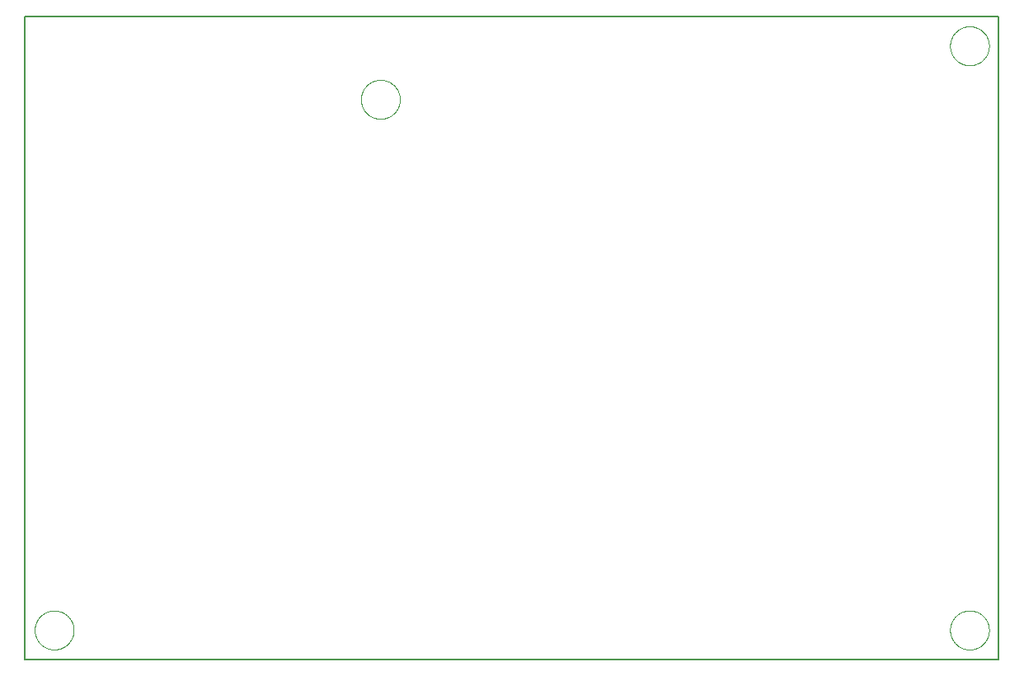
<source format=gbo>
G75*
%MOIN*%
%OFA0B0*%
%FSLAX25Y25*%
%IPPOS*%
%LPD*%
%AMOC8*
5,1,8,0,0,1.08239X$1,22.5*
%
%ADD10C,0.00500*%
%ADD11C,0.00000*%
D10*
X0003394Y0001250D02*
X0003394Y0261093D01*
X0397094Y0261093D01*
X0397094Y0001250D01*
X0003394Y0001250D01*
D11*
X0007331Y0013061D02*
X0007333Y0013254D01*
X0007340Y0013447D01*
X0007352Y0013640D01*
X0007369Y0013833D01*
X0007390Y0014025D01*
X0007416Y0014216D01*
X0007447Y0014407D01*
X0007482Y0014597D01*
X0007522Y0014786D01*
X0007567Y0014974D01*
X0007616Y0015161D01*
X0007670Y0015347D01*
X0007728Y0015531D01*
X0007791Y0015714D01*
X0007859Y0015895D01*
X0007930Y0016074D01*
X0008007Y0016252D01*
X0008087Y0016428D01*
X0008172Y0016601D01*
X0008261Y0016773D01*
X0008354Y0016942D01*
X0008451Y0017109D01*
X0008553Y0017274D01*
X0008658Y0017436D01*
X0008767Y0017595D01*
X0008881Y0017752D01*
X0008998Y0017905D01*
X0009118Y0018056D01*
X0009243Y0018204D01*
X0009371Y0018349D01*
X0009502Y0018490D01*
X0009637Y0018629D01*
X0009776Y0018764D01*
X0009917Y0018895D01*
X0010062Y0019023D01*
X0010210Y0019148D01*
X0010361Y0019268D01*
X0010514Y0019385D01*
X0010671Y0019499D01*
X0010830Y0019608D01*
X0010992Y0019713D01*
X0011157Y0019815D01*
X0011324Y0019912D01*
X0011493Y0020005D01*
X0011665Y0020094D01*
X0011838Y0020179D01*
X0012014Y0020259D01*
X0012192Y0020336D01*
X0012371Y0020407D01*
X0012552Y0020475D01*
X0012735Y0020538D01*
X0012919Y0020596D01*
X0013105Y0020650D01*
X0013292Y0020699D01*
X0013480Y0020744D01*
X0013669Y0020784D01*
X0013859Y0020819D01*
X0014050Y0020850D01*
X0014241Y0020876D01*
X0014433Y0020897D01*
X0014626Y0020914D01*
X0014819Y0020926D01*
X0015012Y0020933D01*
X0015205Y0020935D01*
X0015398Y0020933D01*
X0015591Y0020926D01*
X0015784Y0020914D01*
X0015977Y0020897D01*
X0016169Y0020876D01*
X0016360Y0020850D01*
X0016551Y0020819D01*
X0016741Y0020784D01*
X0016930Y0020744D01*
X0017118Y0020699D01*
X0017305Y0020650D01*
X0017491Y0020596D01*
X0017675Y0020538D01*
X0017858Y0020475D01*
X0018039Y0020407D01*
X0018218Y0020336D01*
X0018396Y0020259D01*
X0018572Y0020179D01*
X0018745Y0020094D01*
X0018917Y0020005D01*
X0019086Y0019912D01*
X0019253Y0019815D01*
X0019418Y0019713D01*
X0019580Y0019608D01*
X0019739Y0019499D01*
X0019896Y0019385D01*
X0020049Y0019268D01*
X0020200Y0019148D01*
X0020348Y0019023D01*
X0020493Y0018895D01*
X0020634Y0018764D01*
X0020773Y0018629D01*
X0020908Y0018490D01*
X0021039Y0018349D01*
X0021167Y0018204D01*
X0021292Y0018056D01*
X0021412Y0017905D01*
X0021529Y0017752D01*
X0021643Y0017595D01*
X0021752Y0017436D01*
X0021857Y0017274D01*
X0021959Y0017109D01*
X0022056Y0016942D01*
X0022149Y0016773D01*
X0022238Y0016601D01*
X0022323Y0016428D01*
X0022403Y0016252D01*
X0022480Y0016074D01*
X0022551Y0015895D01*
X0022619Y0015714D01*
X0022682Y0015531D01*
X0022740Y0015347D01*
X0022794Y0015161D01*
X0022843Y0014974D01*
X0022888Y0014786D01*
X0022928Y0014597D01*
X0022963Y0014407D01*
X0022994Y0014216D01*
X0023020Y0014025D01*
X0023041Y0013833D01*
X0023058Y0013640D01*
X0023070Y0013447D01*
X0023077Y0013254D01*
X0023079Y0013061D01*
X0023077Y0012868D01*
X0023070Y0012675D01*
X0023058Y0012482D01*
X0023041Y0012289D01*
X0023020Y0012097D01*
X0022994Y0011906D01*
X0022963Y0011715D01*
X0022928Y0011525D01*
X0022888Y0011336D01*
X0022843Y0011148D01*
X0022794Y0010961D01*
X0022740Y0010775D01*
X0022682Y0010591D01*
X0022619Y0010408D01*
X0022551Y0010227D01*
X0022480Y0010048D01*
X0022403Y0009870D01*
X0022323Y0009694D01*
X0022238Y0009521D01*
X0022149Y0009349D01*
X0022056Y0009180D01*
X0021959Y0009013D01*
X0021857Y0008848D01*
X0021752Y0008686D01*
X0021643Y0008527D01*
X0021529Y0008370D01*
X0021412Y0008217D01*
X0021292Y0008066D01*
X0021167Y0007918D01*
X0021039Y0007773D01*
X0020908Y0007632D01*
X0020773Y0007493D01*
X0020634Y0007358D01*
X0020493Y0007227D01*
X0020348Y0007099D01*
X0020200Y0006974D01*
X0020049Y0006854D01*
X0019896Y0006737D01*
X0019739Y0006623D01*
X0019580Y0006514D01*
X0019418Y0006409D01*
X0019253Y0006307D01*
X0019086Y0006210D01*
X0018917Y0006117D01*
X0018745Y0006028D01*
X0018572Y0005943D01*
X0018396Y0005863D01*
X0018218Y0005786D01*
X0018039Y0005715D01*
X0017858Y0005647D01*
X0017675Y0005584D01*
X0017491Y0005526D01*
X0017305Y0005472D01*
X0017118Y0005423D01*
X0016930Y0005378D01*
X0016741Y0005338D01*
X0016551Y0005303D01*
X0016360Y0005272D01*
X0016169Y0005246D01*
X0015977Y0005225D01*
X0015784Y0005208D01*
X0015591Y0005196D01*
X0015398Y0005189D01*
X0015205Y0005187D01*
X0015012Y0005189D01*
X0014819Y0005196D01*
X0014626Y0005208D01*
X0014433Y0005225D01*
X0014241Y0005246D01*
X0014050Y0005272D01*
X0013859Y0005303D01*
X0013669Y0005338D01*
X0013480Y0005378D01*
X0013292Y0005423D01*
X0013105Y0005472D01*
X0012919Y0005526D01*
X0012735Y0005584D01*
X0012552Y0005647D01*
X0012371Y0005715D01*
X0012192Y0005786D01*
X0012014Y0005863D01*
X0011838Y0005943D01*
X0011665Y0006028D01*
X0011493Y0006117D01*
X0011324Y0006210D01*
X0011157Y0006307D01*
X0010992Y0006409D01*
X0010830Y0006514D01*
X0010671Y0006623D01*
X0010514Y0006737D01*
X0010361Y0006854D01*
X0010210Y0006974D01*
X0010062Y0007099D01*
X0009917Y0007227D01*
X0009776Y0007358D01*
X0009637Y0007493D01*
X0009502Y0007632D01*
X0009371Y0007773D01*
X0009243Y0007918D01*
X0009118Y0008066D01*
X0008998Y0008217D01*
X0008881Y0008370D01*
X0008767Y0008527D01*
X0008658Y0008686D01*
X0008553Y0008848D01*
X0008451Y0009013D01*
X0008354Y0009180D01*
X0008261Y0009349D01*
X0008172Y0009521D01*
X0008087Y0009694D01*
X0008007Y0009870D01*
X0007930Y0010048D01*
X0007859Y0010227D01*
X0007791Y0010408D01*
X0007728Y0010591D01*
X0007670Y0010775D01*
X0007616Y0010961D01*
X0007567Y0011148D01*
X0007522Y0011336D01*
X0007482Y0011525D01*
X0007447Y0011715D01*
X0007416Y0011906D01*
X0007390Y0012097D01*
X0007369Y0012289D01*
X0007352Y0012482D01*
X0007340Y0012675D01*
X0007333Y0012868D01*
X0007331Y0013061D01*
X0139220Y0227628D02*
X0139222Y0227821D01*
X0139229Y0228014D01*
X0139241Y0228207D01*
X0139258Y0228400D01*
X0139279Y0228592D01*
X0139305Y0228783D01*
X0139336Y0228974D01*
X0139371Y0229164D01*
X0139411Y0229353D01*
X0139456Y0229541D01*
X0139505Y0229728D01*
X0139559Y0229914D01*
X0139617Y0230098D01*
X0139680Y0230281D01*
X0139748Y0230462D01*
X0139819Y0230641D01*
X0139896Y0230819D01*
X0139976Y0230995D01*
X0140061Y0231168D01*
X0140150Y0231340D01*
X0140243Y0231509D01*
X0140340Y0231676D01*
X0140442Y0231841D01*
X0140547Y0232003D01*
X0140656Y0232162D01*
X0140770Y0232319D01*
X0140887Y0232472D01*
X0141007Y0232623D01*
X0141132Y0232771D01*
X0141260Y0232916D01*
X0141391Y0233057D01*
X0141526Y0233196D01*
X0141665Y0233331D01*
X0141806Y0233462D01*
X0141951Y0233590D01*
X0142099Y0233715D01*
X0142250Y0233835D01*
X0142403Y0233952D01*
X0142560Y0234066D01*
X0142719Y0234175D01*
X0142881Y0234280D01*
X0143046Y0234382D01*
X0143213Y0234479D01*
X0143382Y0234572D01*
X0143554Y0234661D01*
X0143727Y0234746D01*
X0143903Y0234826D01*
X0144081Y0234903D01*
X0144260Y0234974D01*
X0144441Y0235042D01*
X0144624Y0235105D01*
X0144808Y0235163D01*
X0144994Y0235217D01*
X0145181Y0235266D01*
X0145369Y0235311D01*
X0145558Y0235351D01*
X0145748Y0235386D01*
X0145939Y0235417D01*
X0146130Y0235443D01*
X0146322Y0235464D01*
X0146515Y0235481D01*
X0146708Y0235493D01*
X0146901Y0235500D01*
X0147094Y0235502D01*
X0147287Y0235500D01*
X0147480Y0235493D01*
X0147673Y0235481D01*
X0147866Y0235464D01*
X0148058Y0235443D01*
X0148249Y0235417D01*
X0148440Y0235386D01*
X0148630Y0235351D01*
X0148819Y0235311D01*
X0149007Y0235266D01*
X0149194Y0235217D01*
X0149380Y0235163D01*
X0149564Y0235105D01*
X0149747Y0235042D01*
X0149928Y0234974D01*
X0150107Y0234903D01*
X0150285Y0234826D01*
X0150461Y0234746D01*
X0150634Y0234661D01*
X0150806Y0234572D01*
X0150975Y0234479D01*
X0151142Y0234382D01*
X0151307Y0234280D01*
X0151469Y0234175D01*
X0151628Y0234066D01*
X0151785Y0233952D01*
X0151938Y0233835D01*
X0152089Y0233715D01*
X0152237Y0233590D01*
X0152382Y0233462D01*
X0152523Y0233331D01*
X0152662Y0233196D01*
X0152797Y0233057D01*
X0152928Y0232916D01*
X0153056Y0232771D01*
X0153181Y0232623D01*
X0153301Y0232472D01*
X0153418Y0232319D01*
X0153532Y0232162D01*
X0153641Y0232003D01*
X0153746Y0231841D01*
X0153848Y0231676D01*
X0153945Y0231509D01*
X0154038Y0231340D01*
X0154127Y0231168D01*
X0154212Y0230995D01*
X0154292Y0230819D01*
X0154369Y0230641D01*
X0154440Y0230462D01*
X0154508Y0230281D01*
X0154571Y0230098D01*
X0154629Y0229914D01*
X0154683Y0229728D01*
X0154732Y0229541D01*
X0154777Y0229353D01*
X0154817Y0229164D01*
X0154852Y0228974D01*
X0154883Y0228783D01*
X0154909Y0228592D01*
X0154930Y0228400D01*
X0154947Y0228207D01*
X0154959Y0228014D01*
X0154966Y0227821D01*
X0154968Y0227628D01*
X0154966Y0227435D01*
X0154959Y0227242D01*
X0154947Y0227049D01*
X0154930Y0226856D01*
X0154909Y0226664D01*
X0154883Y0226473D01*
X0154852Y0226282D01*
X0154817Y0226092D01*
X0154777Y0225903D01*
X0154732Y0225715D01*
X0154683Y0225528D01*
X0154629Y0225342D01*
X0154571Y0225158D01*
X0154508Y0224975D01*
X0154440Y0224794D01*
X0154369Y0224615D01*
X0154292Y0224437D01*
X0154212Y0224261D01*
X0154127Y0224088D01*
X0154038Y0223916D01*
X0153945Y0223747D01*
X0153848Y0223580D01*
X0153746Y0223415D01*
X0153641Y0223253D01*
X0153532Y0223094D01*
X0153418Y0222937D01*
X0153301Y0222784D01*
X0153181Y0222633D01*
X0153056Y0222485D01*
X0152928Y0222340D01*
X0152797Y0222199D01*
X0152662Y0222060D01*
X0152523Y0221925D01*
X0152382Y0221794D01*
X0152237Y0221666D01*
X0152089Y0221541D01*
X0151938Y0221421D01*
X0151785Y0221304D01*
X0151628Y0221190D01*
X0151469Y0221081D01*
X0151307Y0220976D01*
X0151142Y0220874D01*
X0150975Y0220777D01*
X0150806Y0220684D01*
X0150634Y0220595D01*
X0150461Y0220510D01*
X0150285Y0220430D01*
X0150107Y0220353D01*
X0149928Y0220282D01*
X0149747Y0220214D01*
X0149564Y0220151D01*
X0149380Y0220093D01*
X0149194Y0220039D01*
X0149007Y0219990D01*
X0148819Y0219945D01*
X0148630Y0219905D01*
X0148440Y0219870D01*
X0148249Y0219839D01*
X0148058Y0219813D01*
X0147866Y0219792D01*
X0147673Y0219775D01*
X0147480Y0219763D01*
X0147287Y0219756D01*
X0147094Y0219754D01*
X0146901Y0219756D01*
X0146708Y0219763D01*
X0146515Y0219775D01*
X0146322Y0219792D01*
X0146130Y0219813D01*
X0145939Y0219839D01*
X0145748Y0219870D01*
X0145558Y0219905D01*
X0145369Y0219945D01*
X0145181Y0219990D01*
X0144994Y0220039D01*
X0144808Y0220093D01*
X0144624Y0220151D01*
X0144441Y0220214D01*
X0144260Y0220282D01*
X0144081Y0220353D01*
X0143903Y0220430D01*
X0143727Y0220510D01*
X0143554Y0220595D01*
X0143382Y0220684D01*
X0143213Y0220777D01*
X0143046Y0220874D01*
X0142881Y0220976D01*
X0142719Y0221081D01*
X0142560Y0221190D01*
X0142403Y0221304D01*
X0142250Y0221421D01*
X0142099Y0221541D01*
X0141951Y0221666D01*
X0141806Y0221794D01*
X0141665Y0221925D01*
X0141526Y0222060D01*
X0141391Y0222199D01*
X0141260Y0222340D01*
X0141132Y0222485D01*
X0141007Y0222633D01*
X0140887Y0222784D01*
X0140770Y0222937D01*
X0140656Y0223094D01*
X0140547Y0223253D01*
X0140442Y0223415D01*
X0140340Y0223580D01*
X0140243Y0223747D01*
X0140150Y0223916D01*
X0140061Y0224088D01*
X0139976Y0224261D01*
X0139896Y0224437D01*
X0139819Y0224615D01*
X0139748Y0224794D01*
X0139680Y0224975D01*
X0139617Y0225158D01*
X0139559Y0225342D01*
X0139505Y0225528D01*
X0139456Y0225715D01*
X0139411Y0225903D01*
X0139371Y0226092D01*
X0139336Y0226282D01*
X0139305Y0226473D01*
X0139279Y0226664D01*
X0139258Y0226856D01*
X0139241Y0227049D01*
X0139229Y0227242D01*
X0139222Y0227435D01*
X0139220Y0227628D01*
X0377409Y0249281D02*
X0377411Y0249474D01*
X0377418Y0249667D01*
X0377430Y0249860D01*
X0377447Y0250053D01*
X0377468Y0250245D01*
X0377494Y0250436D01*
X0377525Y0250627D01*
X0377560Y0250817D01*
X0377600Y0251006D01*
X0377645Y0251194D01*
X0377694Y0251381D01*
X0377748Y0251567D01*
X0377806Y0251751D01*
X0377869Y0251934D01*
X0377937Y0252115D01*
X0378008Y0252294D01*
X0378085Y0252472D01*
X0378165Y0252648D01*
X0378250Y0252821D01*
X0378339Y0252993D01*
X0378432Y0253162D01*
X0378529Y0253329D01*
X0378631Y0253494D01*
X0378736Y0253656D01*
X0378845Y0253815D01*
X0378959Y0253972D01*
X0379076Y0254125D01*
X0379196Y0254276D01*
X0379321Y0254424D01*
X0379449Y0254569D01*
X0379580Y0254710D01*
X0379715Y0254849D01*
X0379854Y0254984D01*
X0379995Y0255115D01*
X0380140Y0255243D01*
X0380288Y0255368D01*
X0380439Y0255488D01*
X0380592Y0255605D01*
X0380749Y0255719D01*
X0380908Y0255828D01*
X0381070Y0255933D01*
X0381235Y0256035D01*
X0381402Y0256132D01*
X0381571Y0256225D01*
X0381743Y0256314D01*
X0381916Y0256399D01*
X0382092Y0256479D01*
X0382270Y0256556D01*
X0382449Y0256627D01*
X0382630Y0256695D01*
X0382813Y0256758D01*
X0382997Y0256816D01*
X0383183Y0256870D01*
X0383370Y0256919D01*
X0383558Y0256964D01*
X0383747Y0257004D01*
X0383937Y0257039D01*
X0384128Y0257070D01*
X0384319Y0257096D01*
X0384511Y0257117D01*
X0384704Y0257134D01*
X0384897Y0257146D01*
X0385090Y0257153D01*
X0385283Y0257155D01*
X0385476Y0257153D01*
X0385669Y0257146D01*
X0385862Y0257134D01*
X0386055Y0257117D01*
X0386247Y0257096D01*
X0386438Y0257070D01*
X0386629Y0257039D01*
X0386819Y0257004D01*
X0387008Y0256964D01*
X0387196Y0256919D01*
X0387383Y0256870D01*
X0387569Y0256816D01*
X0387753Y0256758D01*
X0387936Y0256695D01*
X0388117Y0256627D01*
X0388296Y0256556D01*
X0388474Y0256479D01*
X0388650Y0256399D01*
X0388823Y0256314D01*
X0388995Y0256225D01*
X0389164Y0256132D01*
X0389331Y0256035D01*
X0389496Y0255933D01*
X0389658Y0255828D01*
X0389817Y0255719D01*
X0389974Y0255605D01*
X0390127Y0255488D01*
X0390278Y0255368D01*
X0390426Y0255243D01*
X0390571Y0255115D01*
X0390712Y0254984D01*
X0390851Y0254849D01*
X0390986Y0254710D01*
X0391117Y0254569D01*
X0391245Y0254424D01*
X0391370Y0254276D01*
X0391490Y0254125D01*
X0391607Y0253972D01*
X0391721Y0253815D01*
X0391830Y0253656D01*
X0391935Y0253494D01*
X0392037Y0253329D01*
X0392134Y0253162D01*
X0392227Y0252993D01*
X0392316Y0252821D01*
X0392401Y0252648D01*
X0392481Y0252472D01*
X0392558Y0252294D01*
X0392629Y0252115D01*
X0392697Y0251934D01*
X0392760Y0251751D01*
X0392818Y0251567D01*
X0392872Y0251381D01*
X0392921Y0251194D01*
X0392966Y0251006D01*
X0393006Y0250817D01*
X0393041Y0250627D01*
X0393072Y0250436D01*
X0393098Y0250245D01*
X0393119Y0250053D01*
X0393136Y0249860D01*
X0393148Y0249667D01*
X0393155Y0249474D01*
X0393157Y0249281D01*
X0393155Y0249088D01*
X0393148Y0248895D01*
X0393136Y0248702D01*
X0393119Y0248509D01*
X0393098Y0248317D01*
X0393072Y0248126D01*
X0393041Y0247935D01*
X0393006Y0247745D01*
X0392966Y0247556D01*
X0392921Y0247368D01*
X0392872Y0247181D01*
X0392818Y0246995D01*
X0392760Y0246811D01*
X0392697Y0246628D01*
X0392629Y0246447D01*
X0392558Y0246268D01*
X0392481Y0246090D01*
X0392401Y0245914D01*
X0392316Y0245741D01*
X0392227Y0245569D01*
X0392134Y0245400D01*
X0392037Y0245233D01*
X0391935Y0245068D01*
X0391830Y0244906D01*
X0391721Y0244747D01*
X0391607Y0244590D01*
X0391490Y0244437D01*
X0391370Y0244286D01*
X0391245Y0244138D01*
X0391117Y0243993D01*
X0390986Y0243852D01*
X0390851Y0243713D01*
X0390712Y0243578D01*
X0390571Y0243447D01*
X0390426Y0243319D01*
X0390278Y0243194D01*
X0390127Y0243074D01*
X0389974Y0242957D01*
X0389817Y0242843D01*
X0389658Y0242734D01*
X0389496Y0242629D01*
X0389331Y0242527D01*
X0389164Y0242430D01*
X0388995Y0242337D01*
X0388823Y0242248D01*
X0388650Y0242163D01*
X0388474Y0242083D01*
X0388296Y0242006D01*
X0388117Y0241935D01*
X0387936Y0241867D01*
X0387753Y0241804D01*
X0387569Y0241746D01*
X0387383Y0241692D01*
X0387196Y0241643D01*
X0387008Y0241598D01*
X0386819Y0241558D01*
X0386629Y0241523D01*
X0386438Y0241492D01*
X0386247Y0241466D01*
X0386055Y0241445D01*
X0385862Y0241428D01*
X0385669Y0241416D01*
X0385476Y0241409D01*
X0385283Y0241407D01*
X0385090Y0241409D01*
X0384897Y0241416D01*
X0384704Y0241428D01*
X0384511Y0241445D01*
X0384319Y0241466D01*
X0384128Y0241492D01*
X0383937Y0241523D01*
X0383747Y0241558D01*
X0383558Y0241598D01*
X0383370Y0241643D01*
X0383183Y0241692D01*
X0382997Y0241746D01*
X0382813Y0241804D01*
X0382630Y0241867D01*
X0382449Y0241935D01*
X0382270Y0242006D01*
X0382092Y0242083D01*
X0381916Y0242163D01*
X0381743Y0242248D01*
X0381571Y0242337D01*
X0381402Y0242430D01*
X0381235Y0242527D01*
X0381070Y0242629D01*
X0380908Y0242734D01*
X0380749Y0242843D01*
X0380592Y0242957D01*
X0380439Y0243074D01*
X0380288Y0243194D01*
X0380140Y0243319D01*
X0379995Y0243447D01*
X0379854Y0243578D01*
X0379715Y0243713D01*
X0379580Y0243852D01*
X0379449Y0243993D01*
X0379321Y0244138D01*
X0379196Y0244286D01*
X0379076Y0244437D01*
X0378959Y0244590D01*
X0378845Y0244747D01*
X0378736Y0244906D01*
X0378631Y0245068D01*
X0378529Y0245233D01*
X0378432Y0245400D01*
X0378339Y0245569D01*
X0378250Y0245741D01*
X0378165Y0245914D01*
X0378085Y0246090D01*
X0378008Y0246268D01*
X0377937Y0246447D01*
X0377869Y0246628D01*
X0377806Y0246811D01*
X0377748Y0246995D01*
X0377694Y0247181D01*
X0377645Y0247368D01*
X0377600Y0247556D01*
X0377560Y0247745D01*
X0377525Y0247935D01*
X0377494Y0248126D01*
X0377468Y0248317D01*
X0377447Y0248509D01*
X0377430Y0248702D01*
X0377418Y0248895D01*
X0377411Y0249088D01*
X0377409Y0249281D01*
X0377409Y0013061D02*
X0377411Y0013254D01*
X0377418Y0013447D01*
X0377430Y0013640D01*
X0377447Y0013833D01*
X0377468Y0014025D01*
X0377494Y0014216D01*
X0377525Y0014407D01*
X0377560Y0014597D01*
X0377600Y0014786D01*
X0377645Y0014974D01*
X0377694Y0015161D01*
X0377748Y0015347D01*
X0377806Y0015531D01*
X0377869Y0015714D01*
X0377937Y0015895D01*
X0378008Y0016074D01*
X0378085Y0016252D01*
X0378165Y0016428D01*
X0378250Y0016601D01*
X0378339Y0016773D01*
X0378432Y0016942D01*
X0378529Y0017109D01*
X0378631Y0017274D01*
X0378736Y0017436D01*
X0378845Y0017595D01*
X0378959Y0017752D01*
X0379076Y0017905D01*
X0379196Y0018056D01*
X0379321Y0018204D01*
X0379449Y0018349D01*
X0379580Y0018490D01*
X0379715Y0018629D01*
X0379854Y0018764D01*
X0379995Y0018895D01*
X0380140Y0019023D01*
X0380288Y0019148D01*
X0380439Y0019268D01*
X0380592Y0019385D01*
X0380749Y0019499D01*
X0380908Y0019608D01*
X0381070Y0019713D01*
X0381235Y0019815D01*
X0381402Y0019912D01*
X0381571Y0020005D01*
X0381743Y0020094D01*
X0381916Y0020179D01*
X0382092Y0020259D01*
X0382270Y0020336D01*
X0382449Y0020407D01*
X0382630Y0020475D01*
X0382813Y0020538D01*
X0382997Y0020596D01*
X0383183Y0020650D01*
X0383370Y0020699D01*
X0383558Y0020744D01*
X0383747Y0020784D01*
X0383937Y0020819D01*
X0384128Y0020850D01*
X0384319Y0020876D01*
X0384511Y0020897D01*
X0384704Y0020914D01*
X0384897Y0020926D01*
X0385090Y0020933D01*
X0385283Y0020935D01*
X0385476Y0020933D01*
X0385669Y0020926D01*
X0385862Y0020914D01*
X0386055Y0020897D01*
X0386247Y0020876D01*
X0386438Y0020850D01*
X0386629Y0020819D01*
X0386819Y0020784D01*
X0387008Y0020744D01*
X0387196Y0020699D01*
X0387383Y0020650D01*
X0387569Y0020596D01*
X0387753Y0020538D01*
X0387936Y0020475D01*
X0388117Y0020407D01*
X0388296Y0020336D01*
X0388474Y0020259D01*
X0388650Y0020179D01*
X0388823Y0020094D01*
X0388995Y0020005D01*
X0389164Y0019912D01*
X0389331Y0019815D01*
X0389496Y0019713D01*
X0389658Y0019608D01*
X0389817Y0019499D01*
X0389974Y0019385D01*
X0390127Y0019268D01*
X0390278Y0019148D01*
X0390426Y0019023D01*
X0390571Y0018895D01*
X0390712Y0018764D01*
X0390851Y0018629D01*
X0390986Y0018490D01*
X0391117Y0018349D01*
X0391245Y0018204D01*
X0391370Y0018056D01*
X0391490Y0017905D01*
X0391607Y0017752D01*
X0391721Y0017595D01*
X0391830Y0017436D01*
X0391935Y0017274D01*
X0392037Y0017109D01*
X0392134Y0016942D01*
X0392227Y0016773D01*
X0392316Y0016601D01*
X0392401Y0016428D01*
X0392481Y0016252D01*
X0392558Y0016074D01*
X0392629Y0015895D01*
X0392697Y0015714D01*
X0392760Y0015531D01*
X0392818Y0015347D01*
X0392872Y0015161D01*
X0392921Y0014974D01*
X0392966Y0014786D01*
X0393006Y0014597D01*
X0393041Y0014407D01*
X0393072Y0014216D01*
X0393098Y0014025D01*
X0393119Y0013833D01*
X0393136Y0013640D01*
X0393148Y0013447D01*
X0393155Y0013254D01*
X0393157Y0013061D01*
X0393155Y0012868D01*
X0393148Y0012675D01*
X0393136Y0012482D01*
X0393119Y0012289D01*
X0393098Y0012097D01*
X0393072Y0011906D01*
X0393041Y0011715D01*
X0393006Y0011525D01*
X0392966Y0011336D01*
X0392921Y0011148D01*
X0392872Y0010961D01*
X0392818Y0010775D01*
X0392760Y0010591D01*
X0392697Y0010408D01*
X0392629Y0010227D01*
X0392558Y0010048D01*
X0392481Y0009870D01*
X0392401Y0009694D01*
X0392316Y0009521D01*
X0392227Y0009349D01*
X0392134Y0009180D01*
X0392037Y0009013D01*
X0391935Y0008848D01*
X0391830Y0008686D01*
X0391721Y0008527D01*
X0391607Y0008370D01*
X0391490Y0008217D01*
X0391370Y0008066D01*
X0391245Y0007918D01*
X0391117Y0007773D01*
X0390986Y0007632D01*
X0390851Y0007493D01*
X0390712Y0007358D01*
X0390571Y0007227D01*
X0390426Y0007099D01*
X0390278Y0006974D01*
X0390127Y0006854D01*
X0389974Y0006737D01*
X0389817Y0006623D01*
X0389658Y0006514D01*
X0389496Y0006409D01*
X0389331Y0006307D01*
X0389164Y0006210D01*
X0388995Y0006117D01*
X0388823Y0006028D01*
X0388650Y0005943D01*
X0388474Y0005863D01*
X0388296Y0005786D01*
X0388117Y0005715D01*
X0387936Y0005647D01*
X0387753Y0005584D01*
X0387569Y0005526D01*
X0387383Y0005472D01*
X0387196Y0005423D01*
X0387008Y0005378D01*
X0386819Y0005338D01*
X0386629Y0005303D01*
X0386438Y0005272D01*
X0386247Y0005246D01*
X0386055Y0005225D01*
X0385862Y0005208D01*
X0385669Y0005196D01*
X0385476Y0005189D01*
X0385283Y0005187D01*
X0385090Y0005189D01*
X0384897Y0005196D01*
X0384704Y0005208D01*
X0384511Y0005225D01*
X0384319Y0005246D01*
X0384128Y0005272D01*
X0383937Y0005303D01*
X0383747Y0005338D01*
X0383558Y0005378D01*
X0383370Y0005423D01*
X0383183Y0005472D01*
X0382997Y0005526D01*
X0382813Y0005584D01*
X0382630Y0005647D01*
X0382449Y0005715D01*
X0382270Y0005786D01*
X0382092Y0005863D01*
X0381916Y0005943D01*
X0381743Y0006028D01*
X0381571Y0006117D01*
X0381402Y0006210D01*
X0381235Y0006307D01*
X0381070Y0006409D01*
X0380908Y0006514D01*
X0380749Y0006623D01*
X0380592Y0006737D01*
X0380439Y0006854D01*
X0380288Y0006974D01*
X0380140Y0007099D01*
X0379995Y0007227D01*
X0379854Y0007358D01*
X0379715Y0007493D01*
X0379580Y0007632D01*
X0379449Y0007773D01*
X0379321Y0007918D01*
X0379196Y0008066D01*
X0379076Y0008217D01*
X0378959Y0008370D01*
X0378845Y0008527D01*
X0378736Y0008686D01*
X0378631Y0008848D01*
X0378529Y0009013D01*
X0378432Y0009180D01*
X0378339Y0009349D01*
X0378250Y0009521D01*
X0378165Y0009694D01*
X0378085Y0009870D01*
X0378008Y0010048D01*
X0377937Y0010227D01*
X0377869Y0010408D01*
X0377806Y0010591D01*
X0377748Y0010775D01*
X0377694Y0010961D01*
X0377645Y0011148D01*
X0377600Y0011336D01*
X0377560Y0011525D01*
X0377525Y0011715D01*
X0377494Y0011906D01*
X0377468Y0012097D01*
X0377447Y0012289D01*
X0377430Y0012482D01*
X0377418Y0012675D01*
X0377411Y0012868D01*
X0377409Y0013061D01*
M02*

</source>
